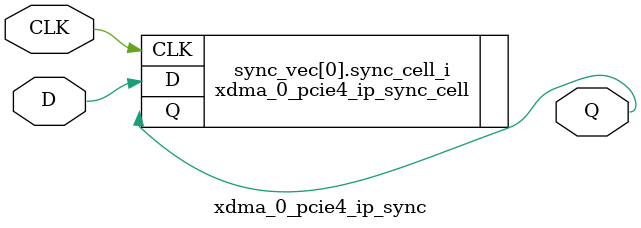
<source format=v>

`timescale 1ps / 1ps

(* DowngradeIPIdentifiedWarnings = "yes" *)
module xdma_0_pcie4_ip_sync #
(
    parameter integer WIDTH = 1, 
    parameter integer STAGE = 3
)
(
    //-------------------------------------------------------------------------- 
    //  Input Ports
    //-------------------------------------------------------------------------- 
    input                               CLK,
    input       [WIDTH-1:0]             D,
    
    //-------------------------------------------------------------------------- 
    //  Output Ports
    //-------------------------------------------------------------------------- 
    output      [WIDTH-1:0]             Q
);                                                        



//--------------------------------------------------------------------------------------------------
//  Generate Synchronizer - Begin
//--------------------------------------------------------------------------------------------------
genvar i;

generate for (i=0; i<WIDTH; i=i+1) 

    begin : sync_vec

    //----------------------------------------------------------------------
    //  Synchronizer
    //----------------------------------------------------------------------
    xdma_0_pcie4_ip_sync_cell #
    (
        .STAGE                          (STAGE)
    )    
    sync_cell_i
    (
        //------------------------------------------------------------------
        //  Input Ports
        //------------------------------------------------------------------
        .CLK                            (CLK),
        .D                              (D[i]),

        //------------------------------------------------------------------
        //  Output Ports
        //------------------------------------------------------------------
        .Q                              (Q[i])
    );
 
    end   
      
endgenerate 
//--------------------------------------------------------------------------------------------------
//  Generate - End
//--------------------------------------------------------------------------------------------------



endmodule

</source>
